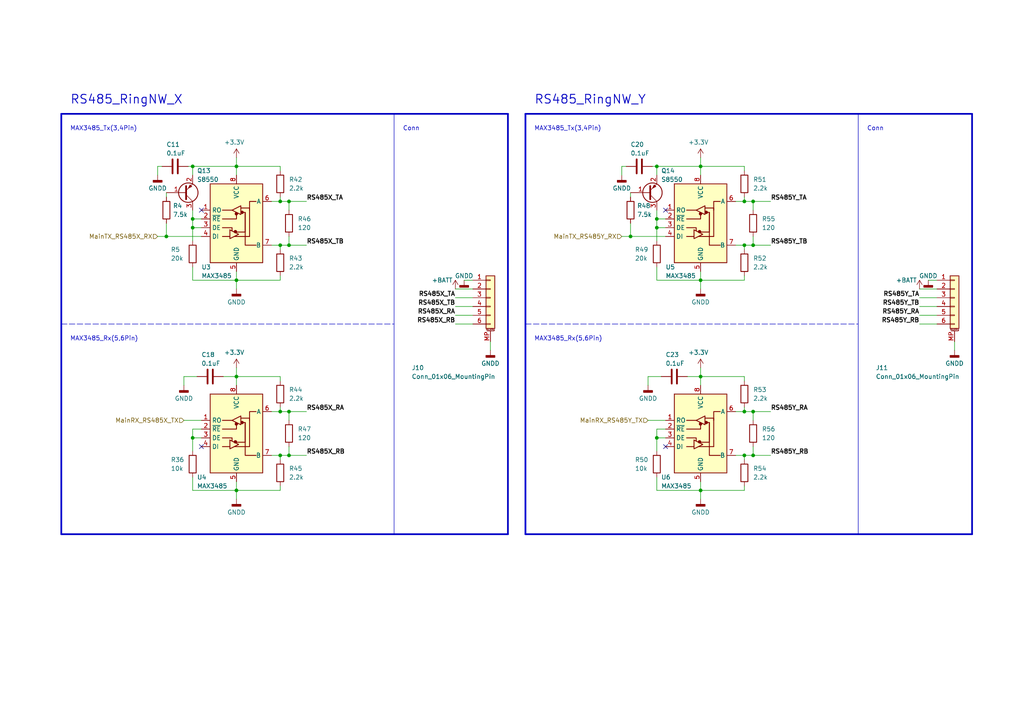
<source format=kicad_sch>
(kicad_sch (version 20230121) (generator eeschema)
  (paper "A4")
  (lib_symbols
    (symbol "Connector_Generic_MountingPin:Conn_01x06_MountingPin" (pin_names (offset 1.016) hide)
      (property "Reference" "J" (at 0 7.62 0))
      (property "Value" "Conn_01x06_MountingPin" (at 1.27 -10.16 0))
      (symbol "Conn_01x06_MountingPin_1_1"
        (rectangle (start -1.27 -7.493) (end 0 -7.747) (stroke (width 0.1524)))
        (rectangle (start -1.27 -4.953) (end 0 -5.207) (stroke (width 0.1524)))
        (rectangle (start -1.27 -2.413) (end 0 -2.667) (stroke (width 0.1524)))
        (rectangle (start -1.27 0.127) (end 0 -0.127) (stroke (width 0.1524)))
        (rectangle (start -1.27 2.667) (end 0 2.413) (stroke (width 0.1524)))
        (rectangle (start -1.27 5.207) (end 0 4.953) (stroke (width 0.1524)))
        (rectangle (start -1.27 6.35) (end 1.27 -8.89) (stroke (width 0.254)) (fill (type background)))
        (polyline (pts (xy -1.016 -9.652) (xy 1.016 -9.652)) (stroke (width 0.1524)))
        (text "Mounting" (at 0 -9.271 0) (effects (font (size 0.381 0.381))))
        (pin passive line (at -5.08 5.08 0) (length 3.81) (name "Pin_1") (number "1"))
        (pin passive line (at -5.08 2.54 0) (length 3.81) (name "Pin_2") (number "2"))
        (pin passive line (at -5.08 0 0) (length 3.81) (name "Pin_3") (number "3"))
        (pin passive line (at -5.08 -2.54 0) (length 3.81) (name "Pin_4") (number "4"))
        (pin passive line (at -5.08 -5.08 0) (length 3.81) (name "Pin_5") (number "5"))
        (pin passive line (at -5.08 -7.62 0) (length 3.81) (name "Pin_6") (number "6"))
        (pin passive line (at 0 -12.7 90) (length 3.048) (name "MountPin") (number "MP"))
      )
    )
    (symbol "Device:C" (pin_numbers hide) (pin_names (offset 0.254))
      (property "Reference" "C" (at 0.635 2.54 0))
      (property "Value" "C" (at 0.635 -2.54 0))
      (symbol "C_0_1"
        (polyline (pts (xy -2.032 -0.762) (xy 2.032 -0.762)) (stroke (width 0.508)))
        (polyline (pts (xy -2.032 0.762) (xy 2.032 0.762)) (stroke (width 0.508)))
      )
      (symbol "C_1_1"
        (pin passive line (at 0 3.81 270) (length 2.794) (name "~") (number "1"))
        (pin passive line (at 0 -3.81 90) (length 2.794) (name "~") (number "2"))
      )
    )
    (symbol "Device:Q_PNP_BEC" (pin_names (offset 0) hide)
      (property "Reference" "Q" (at 5.08 1.27 0))
      (property "Value" "Q_PNP_BEC" (at 5.08 -1.27 0))
      (symbol "Q_PNP_BEC_0_1"
        (polyline (pts (xy 0.635 0.635) (xy 2.54 2.54)))
        (polyline (pts (xy 0.635 -0.635) (xy 2.54 -2.54) (xy 2.54 -2.54)))
        (polyline (pts (xy 0.635 1.905) (xy 0.635 -1.905) (xy 0.635 -1.905)) (stroke (width 0.508)))
        (polyline (pts (xy 2.286 -1.778) (xy 1.778 -2.286) (xy 1.27 -1.27) (xy 2.286 -1.778) (xy 2.286 -1.778)) (fill (type outline)))
        (circle (center 1.27 0) (radius 2.8194) (stroke (width 0.254)))
      )
      (symbol "Q_PNP_BEC_1_1"
        (pin input line (at -5.08 0 0) (length 5.715) (name "B") (number "1"))
        (pin passive line (at 2.54 -5.08 90) (length 2.54) (name "E") (number "2"))
        (pin passive line (at 2.54 5.08 270) (length 2.54) (name "C") (number "3"))
      )
    )
    (symbol "Device:R" (pin_numbers hide) (pin_names (offset 0))
      (property "Reference" "R" (at 2.032 0 90))
      (property "Value" "R" (at 0 0 90))
      (symbol "R_0_1"
        (rectangle (start -1.016 -2.54) (end 1.016 2.54) (stroke (width 0.254)))
      )
      (symbol "R_1_1"
        (pin passive line (at 0 3.81 270) (length 1.27) (name "~") (number "1"))
        (pin passive line (at 0 -3.81 90) (length 1.27) (name "~") (number "2"))
      )
    )
    (symbol "MAX3485_1"
      (property "Reference" "U?" (at 2.0194 15.24 0))
      (property "Value" "MAX3485" (at 2.0194 12.7 0))
      (symbol "MAX3485_1_0_1"
        (rectangle (start -7.62 10.16) (end 7.62 -12.7) (stroke (width 0.254)) (fill (type background)))
        (circle (center -0.3048 -3.683) (radius 0.3556) (stroke (width 0.254)) (fill (type outline)))
        (circle (center -0.0254 1.4986) (radius 0.3556) (stroke (width 0.254)) (fill (type outline)))
        (polyline (pts (xy -4.064 -5.08) (xy -1.905 -5.08)) (stroke (width 0.254)))
        (polyline (pts (xy -4.064 2.54) (xy -1.27 2.54)) (stroke (width 0.254)))
        (polyline (pts (xy -1.27 -3.2004) (xy -1.27 -3.4544)) (stroke (width 0.254)))
        (polyline (pts (xy -0.635 -5.08) (xy 3.81 -5.08)) (stroke (width 0.254)))
        (polyline (pts (xy -4.064 -2.54) (xy -1.27 -2.54) (xy -1.27 -3.175)) (stroke (width 0.254)))
        (polyline (pts (xy 0 1.27) (xy 0 0) (xy -4.064 0)) (stroke (width 0.254)))
        (polyline (pts (xy 1.27 3.175) (xy 3.81 3.175) (xy 3.81 -5.08)) (stroke (width 0.254)))
        (polyline (pts (xy 2.54 1.905) (xy 2.54 -3.81) (xy 0 -3.81)) (stroke (width 0.254)))
        (polyline (pts (xy -1.905 -3.175) (xy -1.905 -5.715) (xy 0.635 -4.445) (xy -1.905 -3.175)) (stroke (width 0.254)))
        (polyline (pts (xy -1.27 2.54) (xy 1.27 3.81) (xy 1.27 1.27) (xy -1.27 2.54)) (stroke (width 0.254)))
        (polyline (pts (xy 3.81 3.175) (xy 3.81 2.54) (xy 3.81 5.08) (xy 5.715 5.08)) (stroke (width 0.254)))
        (polyline (pts (xy 1.905 1.905) (xy 2.54 1.905) (xy 2.54 -3.81) (xy 2.54 -6.985) (xy 2.54 -7.62) (xy 5.08 -7.62) (xy 5.715 -7.62)) (stroke (width 0.254)))
        (rectangle (start 1.27 3.175) (end 1.27 3.175))
        (circle (center 1.651 1.905) (radius 0.3556) (stroke (width 0.254)) (fill (type outline)))
      )
      (symbol "MAX3485_1_1_1"
        (pin output line (at -10.16 2.54 0) (length 2.54) (name "RO") (number "1"))
        (pin input line (at -10.16 0 0) (length 2.54) (name "~{RE}") (number "2"))
        (pin input line (at -10.16 -2.54 0) (length 2.54) (name "DE") (number "3"))
        (pin input line (at -10.16 -5.08 0) (length 2.54) (name "DI") (number "4"))
        (pin power_in line (at 0 -15.24 90) (length 2.54) (name "GND") (number "5"))
        (pin bidirectional line (at 10.16 5.08 180) (length 2.54) (name "A") (number "6"))
        (pin bidirectional line (at 10.16 -7.62 180) (length 2.54) (name "B") (number "7"))
        (pin power_in line (at 0 12.7 270) (length 2.54) (name "VCC") (number "8"))
      )
    )
    (symbol "power:+3.3V" (power) (pin_names (offset 0))
      (property "Value" "+3.3V" (at 0 3.556 0))
      (symbol "+3.3V_0_1"
        (polyline (pts (xy -0.762 1.27) (xy 0 2.54)))
        (polyline (pts (xy 0 0) (xy 0 2.54)))
        (polyline (pts (xy 0 2.54) (xy 0.762 1.27)))
      )
      (symbol "+3.3V_1_1"
        (pin power_in line (at 0 0 90) (length 0) hide (name "+3.3V") (number "1"))
      )
    )
    (symbol "power:+BATT" (power) (pin_names (offset 0))
      (property "Value" "+BATT" (at 0 3.556 0))
      (symbol "+BATT_0_1"
        (polyline (pts (xy -0.762 1.27) (xy 0 2.54)))
        (polyline (pts (xy 0 0) (xy 0 2.54)))
        (polyline (pts (xy 0 2.54) (xy 0.762 1.27)))
      )
      (symbol "+BATT_1_1"
        (pin power_in line (at 0 0 90) (length 0) hide (name "+BATT") (number "1"))
      )
    )
    (symbol "power:GNDD" (power) (pin_names (offset 0))
      (property "Value" "GNDD" (at 0 -3.175 0))
      (symbol "GNDD_0_1"
        (rectangle (start -1.27 -1.524) (end 1.27 -2.032) (stroke (width 0.254)) (fill (type outline)))
        (polyline (pts (xy 0 0) (xy 0 -1.524)))
      )
      (symbol "GNDD_1_1"
        (pin power_in line (at 0 0 270) (length 0) hide (name "GNDD") (number "1"))
      )
    )
  )
  (junction (at 68.58 48.26))
  (junction (at 203.2 81.28))
  (junction (at 215.9 132.08))
  (junction (at 215.9 58.42))
  (junction (at 55.88 127))
  (junction (at 215.9 71.12))
  (junction (at 68.58 81.28))
  (junction (at 83.82 58.42))
  (junction (at 182.88 68.58))
  (junction (at 55.88 63.5))
  (junction (at 190.5 63.5))
  (junction (at 218.44 132.08))
  (junction (at 81.28 132.08))
  (junction (at 218.44 119.38))
  (junction (at 68.58 142.24))
  (junction (at 55.88 48.26))
  (junction (at 83.82 132.08))
  (junction (at 83.82 119.38))
  (junction (at 218.44 71.12))
  (junction (at 190.5 66.04))
  (junction (at 81.28 119.38))
  (junction (at 190.5 127))
  (junction (at 81.28 58.42))
  (junction (at 190.5 48.26))
  (junction (at 215.9 119.38))
  (junction (at 203.2 142.24))
  (junction (at 48.26 68.58))
  (junction (at 55.88 66.04))
  (junction (at 83.82 71.12))
  (junction (at 203.2 48.26))
  (junction (at 203.2 109.22))
  (junction (at 218.44 58.42))
  (junction (at 81.28 71.12))
  (junction (at 68.58 109.22))
  (no_connect (at 58.42 60.96))
  (no_connect (at 193.04 129.54))
  (no_connect (at 58.42 129.54))
  (no_connect (at 193.04 60.96))
  (wire (pts (xy 190.5 124.46) (xy 190.5 127)))
  (wire (pts (xy 137.16 86.36) (xy 132.08 86.36)))
  (wire (pts (xy 137.16 91.44) (xy 132.08 91.44)))
  (wire (pts (xy 215.9 109.22) (xy 215.9 110.49)))
  (polyline (pts (xy 152.4 154.94) (xy 281.94 154.94)) (stroke (width 0.5) (type solid)))
  (wire (pts (xy 83.82 58.42) (xy 83.82 60.96)))
  (wire (pts (xy 81.28 132.08) (xy 81.28 133.35)))
  (wire (pts (xy 203.2 78.74) (xy 203.2 81.28)))
  (wire (pts (xy 68.58 109.22) (xy 68.58 111.76)))
  (wire (pts (xy 190.5 127) (xy 190.5 130.81)))
  (wire (pts (xy 189.23 48.26) (xy 190.5 48.26)))
  (wire (pts (xy 68.58 81.28) (xy 81.28 81.28)))
  (wire (pts (xy 215.9 57.15) (xy 215.9 58.42)))
  (wire (pts (xy 180.34 48.26) (xy 181.61 48.26)))
  (wire (pts (xy 81.28 57.15) (xy 81.28 58.42)))
  (wire (pts (xy 203.2 81.28) (xy 203.2 83.82)))
  (wire (pts (xy 187.96 111.76) (xy 187.96 109.22)))
  (wire (pts (xy 68.58 48.26) (xy 68.58 45.72)))
  (wire (pts (xy 182.88 64.77) (xy 182.88 68.58)))
  (wire (pts (xy 68.58 139.7) (xy 68.58 142.24)))
  (wire (pts (xy 203.2 48.26) (xy 215.9 48.26)))
  (wire (pts (xy 213.36 119.38) (xy 215.9 119.38)))
  (wire (pts (xy 215.9 71.12) (xy 215.9 72.39)))
  (wire (pts (xy 55.88 127) (xy 58.42 127)))
  (wire (pts (xy 203.2 142.24) (xy 215.9 142.24)))
  (wire (pts (xy 64.77 109.22) (xy 68.58 109.22)))
  (wire (pts (xy 55.88 127) (xy 55.88 130.81)))
  (wire (pts (xy 215.9 132.08) (xy 215.9 133.35)))
  (wire (pts (xy 83.82 119.38) (xy 83.82 121.92)))
  (wire (pts (xy 215.9 58.42) (xy 218.44 58.42)))
  (wire (pts (xy 83.82 68.58) (xy 83.82 71.12)))
  (wire (pts (xy 83.82 119.38) (xy 88.9 119.38)))
  (wire (pts (xy 53.34 121.92) (xy 58.42 121.92)))
  (wire (pts (xy 55.88 124.46) (xy 55.88 127)))
  (wire (pts (xy 81.28 80.01) (xy 81.28 81.28)))
  (wire (pts (xy 68.58 48.26) (xy 81.28 48.26)))
  (wire (pts (xy 81.28 48.26) (xy 81.28 49.53)))
  (wire (pts (xy 137.16 81.28) (xy 134.62 81.28)))
  (wire (pts (xy 190.5 63.5) (xy 193.04 63.5)))
  (wire (pts (xy 182.88 68.58) (xy 193.04 68.58)))
  (wire (pts (xy 266.7 83.82) (xy 271.78 83.82)))
  (wire (pts (xy 180.34 50.8) (xy 180.34 48.26)))
  (wire (pts (xy 218.44 132.08) (xy 223.52 132.08)))
  (wire (pts (xy 190.5 127) (xy 193.04 127)))
  (wire (pts (xy 218.44 58.42) (xy 218.44 60.96)))
  (wire (pts (xy 215.9 48.26) (xy 215.9 49.53)))
  (wire (pts (xy 55.88 66.04) (xy 55.88 69.85)))
  (polyline (pts (xy 17.78 93.98) (xy 114.3 93.98)) (stroke (width 0) (type dash)))
  (wire (pts (xy 203.2 48.26) (xy 203.2 45.72)))
  (polyline (pts (xy 152.4 93.98) (xy 248.92 93.98)) (stroke (width 0) (type dash)))
  (wire (pts (xy 271.78 91.44) (xy 266.7 91.44)))
  (wire (pts (xy 55.88 63.5) (xy 58.42 63.5)))
  (wire (pts (xy 190.5 77.47) (xy 190.5 81.28)))
  (wire (pts (xy 213.36 71.12) (xy 215.9 71.12)))
  (wire (pts (xy 203.2 109.22) (xy 215.9 109.22)))
  (wire (pts (xy 83.82 132.08) (xy 88.9 132.08)))
  (wire (pts (xy 203.2 48.26) (xy 203.2 50.8)))
  (wire (pts (xy 81.28 132.08) (xy 83.82 132.08)))
  (wire (pts (xy 190.5 60.96) (xy 190.5 63.5)))
  (wire (pts (xy 55.88 50.8) (xy 55.88 48.26)))
  (wire (pts (xy 203.2 109.22) (xy 203.2 111.76)))
  (wire (pts (xy 215.9 118.11) (xy 215.9 119.38)))
  (wire (pts (xy 215.9 80.01) (xy 215.9 81.28)))
  (wire (pts (xy 187.96 121.92) (xy 193.04 121.92)))
  (wire (pts (xy 55.88 142.24) (xy 68.58 142.24)))
  (wire (pts (xy 276.86 99.06) (xy 276.86 101.6)))
  (wire (pts (xy 81.28 109.22) (xy 81.28 110.49)))
  (wire (pts (xy 190.5 142.24) (xy 203.2 142.24)))
  (wire (pts (xy 55.88 138.43) (xy 55.88 142.24)))
  (wire (pts (xy 81.28 71.12) (xy 81.28 72.39)))
  (polyline (pts (xy 17.78 33.02) (xy 17.78 154.94)) (stroke (width 0.5) (type solid)))
  (wire (pts (xy 81.28 118.11) (xy 81.28 119.38)))
  (wire (pts (xy 190.5 48.26) (xy 203.2 48.26)))
  (wire (pts (xy 182.88 55.88) (xy 182.88 57.15)))
  (wire (pts (xy 271.78 86.36) (xy 266.7 86.36)))
  (wire (pts (xy 55.88 63.5) (xy 55.88 66.04)))
  (polyline (pts (xy 152.4 33.02) (xy 152.4 154.94)) (stroke (width 0.5) (type solid)))
  (wire (pts (xy 45.72 50.8) (xy 45.72 48.26)))
  (wire (pts (xy 55.88 77.47) (xy 55.88 81.28)))
  (wire (pts (xy 190.5 66.04) (xy 193.04 66.04)))
  (wire (pts (xy 83.82 71.12) (xy 88.9 71.12)))
  (polyline (pts (xy 281.94 154.94) (xy 281.94 33.02)) (stroke (width 0.5) (type solid)))
  (wire (pts (xy 53.34 111.76) (xy 53.34 109.22)))
  (wire (pts (xy 55.88 124.46) (xy 58.42 124.46)))
  (wire (pts (xy 83.82 129.54) (xy 83.82 132.08)))
  (wire (pts (xy 215.9 119.38) (xy 218.44 119.38)))
  (wire (pts (xy 132.08 83.82) (xy 137.16 83.82)))
  (wire (pts (xy 78.74 71.12) (xy 81.28 71.12)))
  (wire (pts (xy 81.28 119.38) (xy 83.82 119.38)))
  (wire (pts (xy 48.26 68.58) (xy 58.42 68.58)))
  (wire (pts (xy 137.16 88.9) (xy 132.08 88.9)))
  (wire (pts (xy 190.5 63.5) (xy 190.5 66.04)))
  (wire (pts (xy 68.58 48.26) (xy 68.58 50.8)))
  (polyline (pts (xy 17.78 154.94) (xy 147.32 154.94)) (stroke (width 0.5) (type solid)))
  (wire (pts (xy 218.44 71.12) (xy 223.52 71.12)))
  (wire (pts (xy 45.72 48.26) (xy 46.99 48.26)))
  (wire (pts (xy 190.5 124.46) (xy 193.04 124.46)))
  (wire (pts (xy 190.5 50.8) (xy 190.5 48.26)))
  (wire (pts (xy 68.58 142.24) (xy 81.28 142.24)))
  (wire (pts (xy 54.61 48.26) (xy 55.88 48.26)))
  (wire (pts (xy 218.44 58.42) (xy 223.52 58.42)))
  (wire (pts (xy 53.34 109.22) (xy 57.15 109.22)))
  (polyline (pts (xy 281.94 33.02) (xy 152.4 33.02)) (stroke (width 0.5) (type solid)))
  (wire (pts (xy 187.96 109.22) (xy 191.77 109.22)))
  (wire (pts (xy 81.28 58.42) (xy 83.82 58.42)))
  (wire (pts (xy 78.74 132.08) (xy 81.28 132.08)))
  (wire (pts (xy 203.2 142.24) (xy 203.2 144.78)))
  (wire (pts (xy 203.2 81.28) (xy 215.9 81.28)))
  (wire (pts (xy 68.58 109.22) (xy 81.28 109.22)))
  (wire (pts (xy 48.26 55.88) (xy 48.26 57.15)))
  (wire (pts (xy 190.5 138.43) (xy 190.5 142.24)))
  (wire (pts (xy 190.5 81.28) (xy 203.2 81.28)))
  (wire (pts (xy 142.24 99.06) (xy 142.24 101.6)))
  (wire (pts (xy 45.72 68.58) (xy 48.26 68.58)))
  (wire (pts (xy 180.34 68.58) (xy 182.88 68.58)))
  (wire (pts (xy 203.2 139.7) (xy 203.2 142.24)))
  (wire (pts (xy 203.2 109.22) (xy 203.2 106.68)))
  (wire (pts (xy 81.28 71.12) (xy 83.82 71.12)))
  (wire (pts (xy 55.88 60.96) (xy 55.88 63.5)))
  (wire (pts (xy 68.58 142.24) (xy 68.58 144.78)))
  (wire (pts (xy 218.44 119.38) (xy 223.52 119.38)))
  (wire (pts (xy 213.36 132.08) (xy 215.9 132.08)))
  (wire (pts (xy 271.78 88.9) (xy 266.7 88.9)))
  (wire (pts (xy 48.26 64.77) (xy 48.26 68.58)))
  (polyline (pts (xy 147.32 154.94) (xy 147.32 33.02)) (stroke (width 0.5) (type solid)))
  (wire (pts (xy 78.74 119.38) (xy 81.28 119.38)))
  (wire (pts (xy 55.88 66.04) (xy 58.42 66.04)))
  (wire (pts (xy 215.9 140.97) (xy 215.9 142.24)))
  (wire (pts (xy 55.88 48.26) (xy 68.58 48.26)))
  (wire (pts (xy 68.58 78.74) (xy 68.58 81.28)))
  (wire (pts (xy 68.58 81.28) (xy 68.58 83.82)))
  (wire (pts (xy 137.16 93.98) (xy 132.08 93.98)))
  (wire (pts (xy 199.39 109.22) (xy 203.2 109.22)))
  (wire (pts (xy 215.9 71.12) (xy 218.44 71.12)))
  (wire (pts (xy 81.28 140.97) (xy 81.28 142.24)))
  (wire (pts (xy 218.44 129.54) (xy 218.44 132.08)))
  (wire (pts (xy 218.44 119.38) (xy 218.44 121.92)))
  (wire (pts (xy 213.36 58.42) (xy 215.9 58.42)))
  (wire (pts (xy 215.9 132.08) (xy 218.44 132.08)))
  (polyline (pts (xy 147.32 33.02) (xy 17.78 33.02)) (stroke (width 0.5) (type solid)))
  (wire (pts (xy 271.78 93.98) (xy 266.7 93.98)))
  (wire (pts (xy 218.44 68.58) (xy 218.44 71.12)))
  (wire (pts (xy 55.88 81.28) (xy 68.58 81.28)))
  (wire (pts (xy 68.58 109.22) (xy 68.58 106.68)))
  (wire (pts (xy 78.74 58.42) (xy 81.28 58.42)))
  (wire (pts (xy 190.5 66.04) (xy 190.5 69.85)))
  (wire (pts (xy 271.78 81.28) (xy 269.24 81.28)))
  (wire (pts (xy 83.82 58.42) (xy 88.9 58.42)))
  (rectangle (start 114.3 33.02) (end 114.3 154.94))
  (rectangle (start 248.92 33.02) (end 248.92 154.94))
  (text "RS485_RingNW_X" (at 20.32 30.48 0) (effects (font (size 2.54 2.54) (thickness 0.254) bold) (justify left bottom)))
  (text "RS485_RingNW_Y" (at 154.94 30.48 0) (effects (font (size 2.54 2.54) (thickness 0.254) bold) (justify left bottom)))
  (text "MAX3485_Tx(3,4Pin)" (at 154.94 38.1 0) (effects (font (size 1.27 1.27)) (justify left bottom)))
  (text "MAX3485_Rx(5,6Pin)" (at 20.32 99.06 0) (effects (font (size 1.27 1.27)) (justify left bottom)))
  (text "MAX3485_Tx(3,4Pin)" (at 20.32 38.1 0) (effects (font (size 1.27 1.27)) (justify left bottom)))
  (text "Conn" (at 251.46 38.1 0) (effects (font (size 1.27 1.27)) (justify left bottom)))
  (text "Conn" (at 116.84 38.1 0) (effects (font (size 1.27 1.27)) (justify left bottom)))
  (text "MAX3485_Rx(5,6Pin)" (at 154.94 99.06 0) (effects (font (size 1.27 1.27)) (justify left bottom)))
  (label "RS485X_TB" (at 88.9 71.12 0) (effects (font (thickness 0.254) bold)))
  (label "RS485X_RB" (at 132.08 93.98 180) (effects (font (thickness 0.254) bold)))
  (label "RS485X_TA" (at 88.9 58.42 0) (effects (font (thickness 0.254) bold)))
  (label "RS485X_RA" (at 132.08 91.44 180) (effects (font (thickness 0.254) bold)))
  (label "RS485Y_TA" (at 223.52 58.42 0) (effects (font (thickness 0.254) bold)))
  (label "RS485Y_RB" (at 266.7 93.98 180) (effects (font (thickness 0.254) bold)))
  (label "RS485X_RB" (at 88.9 132.08 0) (effects (font (thickness 0.254) bold)))
  (label "RS485Y_RB" (at 223.52 132.08 0) (effects (font (thickness 0.254) bold)))
  (label "RS485X_TA" (at 132.08 86.36 180) (effects (font (thickness 0.254) bold)))
  (label "RS485X_TB" (at 132.08 88.9 180) (effects (font (thickness 0.254) bold)))
  (label "RS485X_RA" (at 88.9 119.38 0) (effects (font (thickness 0.254) bold)))
  (label "RS485Y_TA" (at 266.7 86.36 180) (effects (font (thickness 0.254) bold)))
  (label "RS485Y_RA" (at 266.7 91.44 180) (effects (font (thickness 0.254) bold)))
  (label "RS485Y_TB" (at 223.52 71.12 0) (effects (font (thickness 0.254) bold)))
  (label "RS485Y_TB" (at 266.7 88.9 180) (effects (font (thickness 0.254) bold)))
  (label "RS485Y_RA" (at 223.52 119.38 0) (effects (font (thickness 0.254) bold)))
  (hierarchical_label "MainTX_RS485X_RX" (shape input) (at 45.72 68.58 180))
  (hierarchical_label "MainTX_RS485Y_RX" (shape input) (at 180.34 68.58 180))
  (hierarchical_label "MainRX_RS485Y_TX" (shape input) (at 187.96 121.92 180))
  (hierarchical_label "MainRX_RS485X_TX" (shape input) (at 53.34 121.92 180))
  (symbol (lib_id "Device:R") (at 215.9 53.34 0) (unit 1)
    (property "Reference" "R51" (at 218.44 52.0699 0) (effects (justify left)))
    (property "Value" "2.2k" (at 218.44 54.6099 0) (effects (justify left)))
    (property "Footprint" "Resistor_SMD:R_0402_1005Metric" (effects hide))
  )
  (symbol (lib_name "MAX3485_1") (lib_id "Interface_UART:MAX3485") (at 203.2 63.5 0) (unit 1)
    (property "Reference" "U5" (at 193.04 77.47 0) (effects (justify left)))
    (property "Value" "MAX3485" (at 193.04 80.01 0) (effects (justify left)))
    (property "Footprint" "Package_SO:SOP-8_3.9x4.9mm_P1.27mm" (effects hide))
    (property "Datasheet" "https://datasheets.maximintegrated.com/en/ds/MAX3483-MAX3491.pdf" (effects hide))
  )
  (symbol (lib_id "Device:R") (at 81.28 114.3 0) (unit 1)
    (property "Reference" "R44" (at 83.82 113.0299 0) (effects (justify left)))
    (property "Value" "2.2k" (at 83.82 115.5699 0) (effects (justify left)))
    (property "Footprint" "Resistor_SMD:R_0402_1005Metric" (effects hide))
  )
  (symbol (lib_id "Device:Q_PNP_BEC") (at 53.34 55.88 0) (mirror x) (unit 1)
    (property "Reference" "Q13" (at 57.15 49.53 0) (effects (justify left)))
    (property "Value" "S8550" (at 57.15 52.07 0) (effects (justify left)))
    (property "Footprint" "Package_TO_SOT_SMD:SOT-23" (effects hide))
  )
  (symbol (lib_id "power:GNDD") (at 276.86 101.6 0) (unit 1)
    (property "Reference" "#PWR023" (effects hide))
    (property "Value" "GNDD" (at 276.86 105.41 0))
  )
  (symbol (lib_id "Device:Q_PNP_BEC") (at 187.96 55.88 0) (mirror x) (unit 1)
    (property "Reference" "Q14" (at 191.77 49.53 0) (effects (justify left)))
    (property "Value" "S8550" (at 191.77 52.07 0) (effects (justify left)))
    (property "Footprint" "Package_TO_SOT_SMD:SOT-23" (effects hide))
  )
  (symbol (lib_id "Connector_Generic_MountingPin:Conn_01x06_MountingPin") (at 142.24 86.36 0) (unit 1)
    (property "Reference" "J10" (at 119.38 106.68 0) (effects (justify left)))
    (property "Value" "Conn_01x06_MountingPin" (at 119.38 109.22 0) (effects (justify left)))
    (property "Footprint" "Connector_Molex:Molex_PicoBlade_53261-0671_1x06-1MP_P1.25mm_Horizontal" (effects hide))
  )
  (symbol (lib_id "Device:R") (at 55.88 134.62 0) (unit 1)
    (property "Reference" "R36" (at 49.53 133.35 0) (effects (justify left)))
    (property "Value" "10k" (at 49.53 135.89 0) (effects (justify left)))
    (property "Footprint" "Resistor_SMD:R_0402_1005Metric" (effects hide))
  )
  (symbol (lib_id "Device:R") (at 55.88 73.66 0) (unit 1)
    (property "Reference" "R5" (at 49.53 72.39 0) (effects (justify left)))
    (property "Value" "20k" (at 49.53 74.93 0) (effects (justify left)))
    (property "Footprint" "Resistor_SMD:R_0402_1005Metric" (effects hide))
  )
  (symbol (lib_id "power:GNDD") (at 134.62 81.28 0) (unit 1)
    (property "Reference" "#PWR016" (effects hide))
    (property "Value" "GNDD" (at 134.62 80.01 0))
  )
  (symbol (lib_id "Device:R") (at 81.28 76.2 0) (unit 1)
    (property "Reference" "R43" (at 83.82 74.9299 0) (effects (justify left)))
    (property "Value" "2.2k" (at 83.82 77.4699 0) (effects (justify left)))
    (property "Footprint" "Resistor_SMD:R_0402_1005Metric" (effects hide))
  )
  (symbol (lib_id "Device:R") (at 48.26 60.96 0) (unit 1)
    (property "Reference" "R4" (at 50.165 59.6899 0) (effects (justify left)))
    (property "Value" "7.5k" (at 50.165 62.2299 0) (effects (justify left)))
    (property "Footprint" "Resistor_SMD:R_0603_1608Metric" (effects hide))
  )
  (symbol (lib_name "MAX3485_1") (lib_id "Interface_UART:MAX3485") (at 203.2 124.46 0) (unit 1)
    (property "Reference" "U6" (at 191.77 138.43 0) (effects (justify left)))
    (property "Value" "MAX3485" (at 191.77 140.97 0) (effects (justify left)))
    (property "Footprint" "Package_SO:SOP-8_3.9x4.9mm_P1.27mm" (effects hide))
    (property "Datasheet" "https://datasheets.maximintegrated.com/en/ds/MAX3483-MAX3491.pdf" (effects hide))
  )
  (symbol (lib_id "power:+3.3V") (at 68.58 106.68 0) (unit 1)
    (property "Reference" "#PWR024" (effects hide))
    (property "Value" "+3.3V" (at 67.945 102.235 0))
  )
  (symbol (lib_id "power:GNDD") (at 269.24 81.28 0) (unit 1)
    (property "Reference" "#PWR017" (effects hide))
    (property "Value" "GNDD" (at 269.24 80.01 0))
  )
  (symbol (lib_id "Device:C") (at 195.58 109.22 270) (mirror x) (unit 1)
    (property "Reference" "C23" (at 193.04 102.87 90) (effects (justify left)))
    (property "Value" "0.1uF" (at 193.04 105.41 90) (effects (justify left)))
    (property "Footprint" "Capacitor_SMD:C_0402_1005Metric" (effects hide))
  )
  (symbol (lib_id "Device:R") (at 83.82 125.73 0) (unit 1)
    (property "Reference" "R47" (at 86.36 124.4599 0) (effects (justify left)))
    (property "Value" "120" (at 86.36 126.9999 0) (effects (justify left)))
    (property "Footprint" "Resistor_SMD:R_0402_1005Metric" (effects hide))
  )
  (symbol (lib_id "Device:R") (at 215.9 137.16 0) (unit 1)
    (property "Reference" "R54" (at 218.44 135.8899 0) (effects (justify left)))
    (property "Value" "2.2k" (at 218.44 138.4299 0) (effects (justify left)))
    (property "Footprint" "Resistor_SMD:R_0402_1005Metric" (effects hide))
  )
  (symbol (lib_id "power:GNDD") (at 203.2 144.78 0) (unit 1)
    (property "Reference" "#PWR029" (effects hide))
    (property "Value" "GNDD" (at 203.2 148.59 0))
  )
  (symbol (lib_id "power:+3.3V") (at 203.2 45.72 0) (unit 1)
    (property "Reference" "#PWR013" (effects hide))
    (property "Value" "+3.3V" (at 202.565 41.275 0))
  )
  (symbol (lib_id "Device:R") (at 215.9 76.2 0) (unit 1)
    (property "Reference" "R52" (at 218.44 74.9299 0) (effects (justify left)))
    (property "Value" "2.2k" (at 218.44 77.4699 0) (effects (justify left)))
    (property "Footprint" "Resistor_SMD:R_0402_1005Metric" (effects hide))
  )
  (symbol (lib_id "Device:R") (at 182.88 60.96 0) (unit 1)
    (property "Reference" "R48" (at 184.785 59.6899 0) (effects (justify left)))
    (property "Value" "7.5k" (at 184.785 62.2299 0) (effects (justify left)))
    (property "Footprint" "Resistor_SMD:R_0603_1608Metric" (effects hide))
  )
  (symbol (lib_id "Device:R") (at 218.44 64.77 0) (unit 1)
    (property "Reference" "R55" (at 220.98 63.4999 0) (effects (justify left)))
    (property "Value" "120" (at 220.98 66.0399 0) (effects (justify left)))
    (property "Footprint" "Resistor_SMD:R_0402_1005Metric" (effects hide))
  )
  (symbol (lib_id "power:+3.3V") (at 203.2 106.68 0) (unit 1)
    (property "Reference" "#PWR025" (effects hide))
    (property "Value" "+3.3V" (at 202.565 102.235 0))
  )
  (symbol (lib_name "MAX3485_1") (lib_id "Interface_UART:MAX3485") (at 68.58 124.46 0) (unit 1)
    (property "Reference" "U4" (at 57.15 138.43 0) (effects (justify left)))
    (property "Value" "MAX3485" (at 57.15 140.97 0) (effects (justify left)))
    (property "Footprint" "Package_SO:SOP-8_3.9x4.9mm_P1.27mm" (effects hide))
    (property "Datasheet" "https://datasheets.maximintegrated.com/en/ds/MAX3483-MAX3491.pdf" (effects hide))
  )
  (symbol (lib_id "power:+BATT") (at 132.08 83.82 0) (mirror y) (unit 1)
    (property "Reference" "#PWR019" (effects hide))
    (property "Value" "+BATT" (at 128.27 81.28 0))
  )
  (symbol (lib_id "power:GNDD") (at 180.34 50.8 0) (unit 1)
    (property "Reference" "#PWR015" (effects hide))
    (property "Value" "GNDD" (at 180.34 54.61 0))
  )
  (symbol (lib_id "power:GNDD") (at 53.34 111.76 0) (unit 1)
    (property "Reference" "#PWR026" (effects hide))
    (property "Value" "GNDD" (at 53.34 115.57 0))
  )
  (symbol (lib_id "power:+3.3V") (at 68.58 45.72 0) (unit 1)
    (property "Reference" "#PWR012" (effects hide))
    (property "Value" "+3.3V" (at 67.945 41.275 0))
  )
  (symbol (lib_id "power:GNDD") (at 68.58 144.78 0) (unit 1)
    (property "Reference" "#PWR028" (effects hide))
    (property "Value" "GNDD" (at 68.58 148.59 0))
  )
  (symbol (lib_id "Device:R") (at 218.44 125.73 0) (unit 1)
    (property "Reference" "R56" (at 220.98 124.4599 0) (effects (justify left)))
    (property "Value" "120" (at 220.98 126.9999 0) (effects (justify left)))
    (property "Footprint" "Resistor_SMD:R_0402_1005Metric" (effects hide))
  )
  (symbol (lib_name "MAX3485_1") (lib_id "Interface_UART:MAX3485") (at 68.58 63.5 0) (unit 1)
    (property "Reference" "U3" (at 58.42 77.47 0) (effects (justify left)))
    (property "Value" "MAX3485" (at 58.42 80.01 0) (effects (justify left)))
    (property "Footprint" "Package_SO:SOP-8_3.9x4.9mm_P1.27mm" (effects hide))
    (property "Datasheet" "https://datasheets.maximintegrated.com/en/ds/MAX3483-MAX3491.pdf" (effects hide))
  )
  (symbol (lib_id "Device:C") (at 50.8 48.26 270) (mirror x) (unit 1)
    (property "Reference" "C11" (at 48.26 41.91 90) (effects (justify left)))
    (property "Value" "0.1uF" (at 48.26 44.45 90) (effects (justify left)))
    (property "Footprint" "Capacitor_SMD:C_0402_1005Metric" (effects hide))
  )
  (symbol (lib_id "Connector_Generic_MountingPin:Conn_01x06_MountingPin") (at 276.86 86.36 0) (unit 1)
    (property "Reference" "J11" (at 254 106.68 0) (effects (justify left)))
    (property "Value" "Conn_01x06_MountingPin" (at 254 109.22 0) (effects (justify left)))
    (property "Footprint" "Connector_Molex:Molex_PicoBlade_53261-0671_1x06-1MP_P1.25mm_Horizontal" (effects hide))
  )
  (symbol (lib_id "Device:R") (at 83.82 64.77 0) (unit 1)
    (property "Reference" "R46" (at 86.36 63.4999 0) (effects (justify left)))
    (property "Value" "120" (at 86.36 66.0399 0) (effects (justify left)))
    (property "Footprint" "Resistor_SMD:R_0402_1005Metric" (effects hide))
  )
  (symbol (lib_id "Device:R") (at 190.5 134.62 0) (unit 1)
    (property "Reference" "R50" (at 184.15 133.35 0) (effects (justify left)))
    (property "Value" "10k" (at 184.15 135.89 0) (effects (justify left)))
    (property "Footprint" "Resistor_SMD:R_0402_1005Metric" (effects hide))
  )
  (symbol (lib_id "Device:R") (at 81.28 53.34 0) (unit 1)
    (property "Reference" "R42" (at 83.82 52.0699 0) (effects (justify left)))
    (property "Value" "2.2k" (at 83.82 54.6099 0) (effects (justify left)))
    (property "Footprint" "Resistor_SMD:R_0402_1005Metric" (effects hide))
  )
  (symbol (lib_id "Device:R") (at 215.9 114.3 0) (unit 1)
    (property "Reference" "R53" (at 218.44 113.0299 0) (effects (justify left)))
    (property "Value" "2.2k" (at 218.44 115.5699 0) (effects (justify left)))
    (property "Footprint" "Resistor_SMD:R_0402_1005Metric" (effects hide))
  )
  (symbol (lib_id "power:GNDD") (at 45.72 50.8 0) (unit 1)
    (property "Reference" "#PWR014" (effects hide))
    (property "Value" "GNDD" (at 45.72 54.61 0))
  )
  (symbol (lib_id "power:GNDD") (at 203.2 83.82 0) (unit 1)
    (property "Reference" "#PWR020" (effects hide))
    (property "Value" "GNDD" (at 203.2 87.63 0))
  )
  (symbol (lib_id "power:GNDD") (at 187.96 111.76 0) (unit 1)
    (property "Reference" "#PWR027" (effects hide))
    (property "Value" "GNDD" (at 187.96 115.57 0))
  )
  (symbol (lib_id "Device:R") (at 190.5 73.66 0) (unit 1)
    (property "Reference" "R49" (at 184.15 72.39 0) (effects (justify left)))
    (property "Value" "20k" (at 184.15 74.93 0) (effects (justify left)))
    (property "Footprint" "Resistor_SMD:R_0402_1005Metric" (effects hide))
  )
  (symbol (lib_id "power:GNDD") (at 142.24 101.6 0) (unit 1)
    (property "Reference" "#PWR022" (effects hide))
    (property "Value" "GNDD" (at 142.24 105.41 0))
  )
  (symbol (lib_id "power:+BATT") (at 266.7 83.82 0) (mirror y) (unit 1)
    (property "Reference" "#PWR021" (effects hide))
    (property "Value" "+BATT" (at 262.89 81.28 0))
  )
  (symbol (lib_id "Device:C") (at 185.42 48.26 270) (mirror x) (unit 1)
    (property "Reference" "C20" (at 182.88 41.91 90) (effects (justify left)))
    (property "Value" "0.1uF" (at 182.88 44.45 90) (effects (justify left)))
    (property "Footprint" "Capacitor_SMD:C_0402_1005Metric" (effects hide))
  )
  (symbol (lib_id "Device:C") (at 60.96 109.22 270) (mirror x) (unit 1)
    (property "Reference" "C18" (at 58.42 102.87 90) (effects (justify left)))
    (property "Value" "0.1uF" (at 58.42 105.41 90) (effects (justify left)))
    (property "Footprint" "Capacitor_SMD:C_0402_1005Metric" (effects hide))
  )
  (symbol (lib_id "Device:R") (at 81.28 137.16 0) (unit 1)
    (property "Reference" "R45" (at 83.82 135.8899 0) (effects (justify left)))
    (property "Value" "2.2k" (at 83.82 138.4299 0) (effects (justify left)))
    (property "Footprint" "Resistor_SMD:R_0402_1005Metric" (effects hide))
  )
  (symbol (lib_id "power:GNDD") (at 68.58 83.82 0) (unit 1)
    (property "Reference" "#PWR018" (effects hide))
    (property "Value" "GNDD" (at 68.58 87.63 0))
  )
)
</source>
